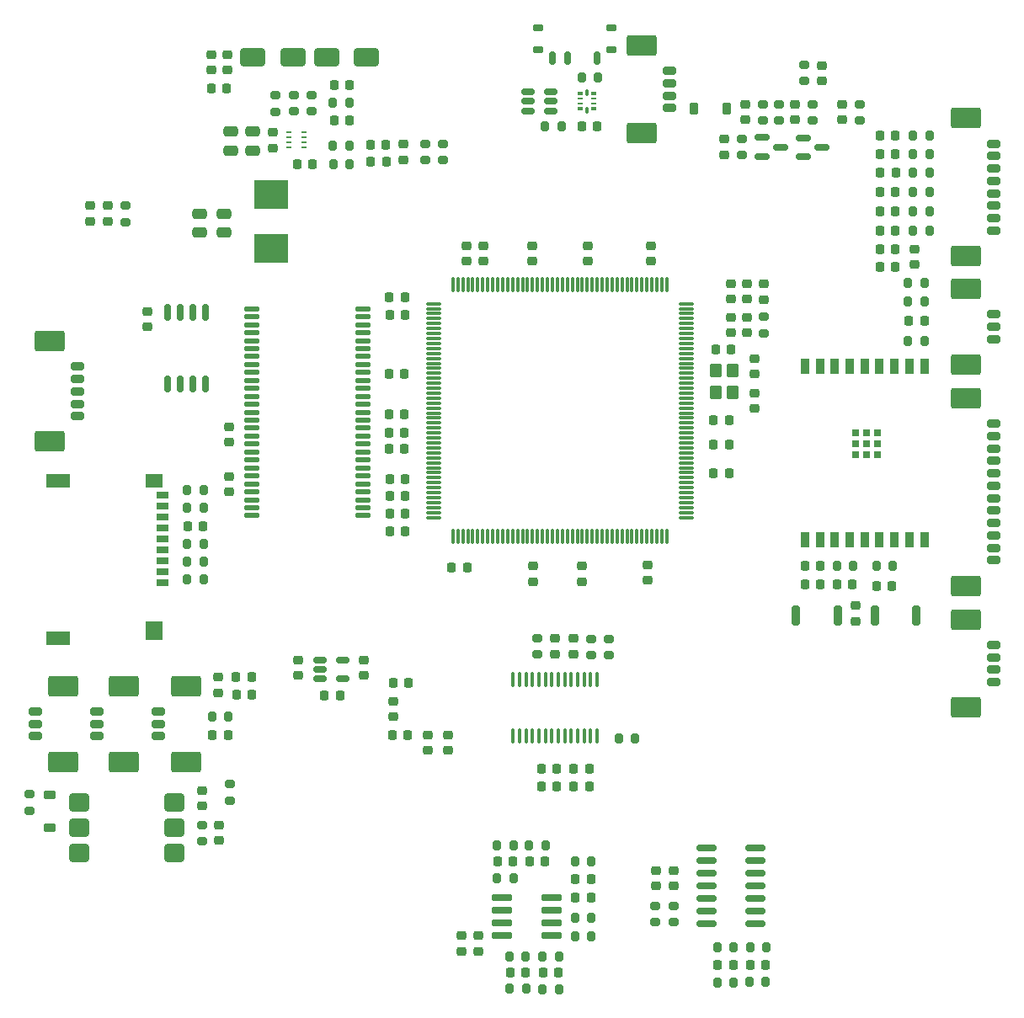
<source format=gbr>
%TF.GenerationSoftware,KiCad,Pcbnew,9.0.6*%
%TF.CreationDate,2026-01-08T15:16:43+08:00*%
%TF.ProjectId,STM32H7_PEDAL_V9,53544d33-3248-4375-9f50-4544414c5f56,rev?*%
%TF.SameCoordinates,Original*%
%TF.FileFunction,Paste,Top*%
%TF.FilePolarity,Positive*%
%FSLAX46Y46*%
G04 Gerber Fmt 4.6, Leading zero omitted, Abs format (unit mm)*
G04 Created by KiCad (PCBNEW 9.0.6) date 2026-01-08 15:16:43*
%MOMM*%
%LPD*%
G01*
G04 APERTURE LIST*
G04 Aperture macros list*
%AMRoundRect*
0 Rectangle with rounded corners*
0 $1 Rounding radius*
0 $2 $3 $4 $5 $6 $7 $8 $9 X,Y pos of 4 corners*
0 Add a 4 corners polygon primitive as box body*
4,1,4,$2,$3,$4,$5,$6,$7,$8,$9,$2,$3,0*
0 Add four circle primitives for the rounded corners*
1,1,$1+$1,$2,$3*
1,1,$1+$1,$4,$5*
1,1,$1+$1,$6,$7*
1,1,$1+$1,$8,$9*
0 Add four rect primitives between the rounded corners*
20,1,$1+$1,$2,$3,$4,$5,0*
20,1,$1+$1,$4,$5,$6,$7,0*
20,1,$1+$1,$6,$7,$8,$9,0*
20,1,$1+$1,$8,$9,$2,$3,0*%
G04 Aperture macros list end*
%ADD10RoundRect,0.218750X0.256250X-0.218750X0.256250X0.218750X-0.256250X0.218750X-0.256250X-0.218750X0*%
%ADD11RoundRect,0.225000X-0.225000X-0.250000X0.225000X-0.250000X0.225000X0.250000X-0.225000X0.250000X0*%
%ADD12RoundRect,0.200000X-0.200000X-0.275000X0.200000X-0.275000X0.200000X0.275000X-0.200000X0.275000X0*%
%ADD13RoundRect,0.200000X0.450000X-0.200000X0.450000X0.200000X-0.450000X0.200000X-0.450000X-0.200000X0*%
%ADD14RoundRect,0.250001X1.249999X-0.799999X1.249999X0.799999X-1.249999X0.799999X-1.249999X-0.799999X0*%
%ADD15RoundRect,0.200000X0.200000X0.275000X-0.200000X0.275000X-0.200000X-0.275000X0.200000X-0.275000X0*%
%ADD16RoundRect,0.031250X0.243750X0.093750X-0.243750X0.093750X-0.243750X-0.093750X0.243750X-0.093750X0*%
%ADD17RoundRect,0.025000X0.250000X0.075000X-0.250000X0.075000X-0.250000X-0.075000X0.250000X-0.075000X0*%
%ADD18RoundRect,0.037500X0.112500X0.262500X-0.112500X0.262500X-0.112500X-0.262500X0.112500X-0.262500X0*%
%ADD19RoundRect,0.200000X-0.275000X0.200000X-0.275000X-0.200000X0.275000X-0.200000X0.275000X0.200000X0*%
%ADD20RoundRect,0.225000X0.225000X0.250000X-0.225000X0.250000X-0.225000X-0.250000X0.225000X-0.250000X0*%
%ADD21RoundRect,0.150000X0.512500X0.150000X-0.512500X0.150000X-0.512500X-0.150000X0.512500X-0.150000X0*%
%ADD22RoundRect,0.225000X-0.250000X0.225000X-0.250000X-0.225000X0.250000X-0.225000X0.250000X0.225000X0*%
%ADD23RoundRect,0.225000X0.250000X-0.225000X0.250000X0.225000X-0.250000X0.225000X-0.250000X-0.225000X0*%
%ADD24RoundRect,0.218750X-0.256250X0.218750X-0.256250X-0.218750X0.256250X-0.218750X0.256250X0.218750X0*%
%ADD25RoundRect,0.200000X0.275000X-0.200000X0.275000X0.200000X-0.275000X0.200000X-0.275000X-0.200000X0*%
%ADD26RoundRect,0.200000X-0.200000X-0.800000X0.200000X-0.800000X0.200000X0.800000X-0.200000X0.800000X0*%
%ADD27RoundRect,0.218750X-0.218750X-0.256250X0.218750X-0.256250X0.218750X0.256250X-0.218750X0.256250X0*%
%ADD28RoundRect,0.250000X1.000000X0.650000X-1.000000X0.650000X-1.000000X-0.650000X1.000000X-0.650000X0*%
%ADD29RoundRect,0.250000X-0.475000X0.250000X-0.475000X-0.250000X0.475000X-0.250000X0.475000X0.250000X0*%
%ADD30RoundRect,0.218750X0.218750X0.256250X-0.218750X0.256250X-0.218750X-0.256250X0.218750X-0.256250X0*%
%ADD31RoundRect,0.200000X-0.450000X0.200000X-0.450000X-0.200000X0.450000X-0.200000X0.450000X0.200000X0*%
%ADD32RoundRect,0.250001X-1.249999X0.799999X-1.249999X-0.799999X1.249999X-0.799999X1.249999X0.799999X0*%
%ADD33RoundRect,0.100000X-0.100000X0.637500X-0.100000X-0.637500X0.100000X-0.637500X0.100000X0.637500X0*%
%ADD34RoundRect,0.150000X-0.825000X-0.150000X0.825000X-0.150000X0.825000X0.150000X-0.825000X0.150000X0*%
%ADD35RoundRect,0.162500X0.162500X-0.650000X0.162500X0.650000X-0.162500X0.650000X-0.162500X-0.650000X0*%
%ADD36RoundRect,0.075000X0.910000X0.225000X-0.910000X0.225000X-0.910000X-0.225000X0.910000X-0.225000X0*%
%ADD37RoundRect,0.225000X0.225000X0.375000X-0.225000X0.375000X-0.225000X-0.375000X0.225000X-0.375000X0*%
%ADD38RoundRect,0.249999X-0.750001X-0.640001X0.750001X-0.640001X0.750001X0.640001X-0.750001X0.640001X0*%
%ADD39RoundRect,0.150000X-0.587500X-0.150000X0.587500X-0.150000X0.587500X0.150000X-0.587500X0.150000X0*%
%ADD40R,0.606400X0.279400*%
%ADD41RoundRect,0.150000X0.150000X0.500000X-0.150000X0.500000X-0.150000X-0.500000X0.150000X-0.500000X0*%
%ADD42RoundRect,0.175000X0.350000X0.175000X-0.350000X0.175000X-0.350000X-0.175000X0.350000X-0.175000X0*%
%ADD43RoundRect,0.250000X-1.000000X-0.650000X1.000000X-0.650000X1.000000X0.650000X-1.000000X0.650000X0*%
%ADD44R,3.500000X2.950000*%
%ADD45RoundRect,0.075000X0.675000X0.075000X-0.675000X0.075000X-0.675000X-0.075000X0.675000X-0.075000X0*%
%ADD46RoundRect,0.075000X0.075000X0.675000X-0.075000X0.675000X-0.075000X-0.675000X0.075000X-0.675000X0*%
%ADD47RoundRect,0.250000X-0.350000X0.450000X-0.350000X-0.450000X0.350000X-0.450000X0.350000X0.450000X0*%
%ADD48RoundRect,0.150000X-0.512500X-0.150000X0.512500X-0.150000X0.512500X0.150000X-0.512500X0.150000X0*%
%ADD49RoundRect,0.225000X-0.375000X0.225000X-0.375000X-0.225000X0.375000X-0.225000X0.375000X0.225000X0*%
%ADD50RoundRect,0.137500X0.582500X0.137500X-0.582500X0.137500X-0.582500X-0.137500X0.582500X-0.137500X0*%
%ADD51R,1.300000X0.700000*%
%ADD52R,1.651000X1.447800*%
%ADD53R,2.438400X1.447800*%
%ADD54R,1.651000X1.854200*%
%ADD55R,0.700000X0.700000*%
%ADD56R,0.900000X1.500000*%
G04 APERTURE END LIST*
D10*
%TO.C,FB5*%
X182559712Y-158319218D03*
X182559712Y-156744218D03*
%TD*%
D11*
%TO.C,C93*%
X184359712Y-156731718D03*
X185909712Y-156731718D03*
%TD*%
%TO.C,C91*%
X184384712Y-158531718D03*
X185934712Y-158531718D03*
%TD*%
%TO.C,C90*%
X183534712Y-162531718D03*
X181984712Y-162531718D03*
%TD*%
D12*
%TO.C,R55*%
X183609712Y-160731718D03*
X181959712Y-160731718D03*
%TD*%
D13*
%TO.C,I/O_3*%
X176559712Y-162681718D03*
X176559712Y-161431718D03*
X176559712Y-160181718D03*
D14*
X179309712Y-165231718D03*
X179309712Y-157631718D03*
%TD*%
%TO.C,I/O_1*%
X173109712Y-157631718D03*
X173109712Y-165231718D03*
D13*
X170359712Y-160181718D03*
X170359712Y-161431718D03*
X170359712Y-162681718D03*
%TD*%
D15*
%TO.C,R24*%
X252434712Y-106031718D03*
X254084712Y-106031718D03*
%TD*%
D16*
%TO.C,U12*%
X220334712Y-99581718D03*
D17*
X220334712Y-99081718D03*
X220334712Y-98581718D03*
D16*
X220334712Y-98081718D03*
D18*
X219659712Y-97931718D03*
D16*
X218984712Y-98081718D03*
D17*
X218984712Y-98581718D03*
X218984712Y-99081718D03*
D16*
X218984712Y-99581718D03*
D18*
X219659712Y-99731718D03*
%TD*%
D19*
%TO.C,R3*%
X226534712Y-179706718D03*
X226534712Y-181356718D03*
%TD*%
D20*
%TO.C,C24*%
X216631725Y-165931718D03*
X215081725Y-165931718D03*
%TD*%
D21*
%TO.C,U9*%
X215997212Y-99781718D03*
X215997212Y-98831718D03*
X215997212Y-97881718D03*
X213722212Y-97881718D03*
X213722212Y-98831718D03*
X213722212Y-99781718D03*
%TD*%
D15*
%TO.C,R25*%
X254097212Y-107931718D03*
X252447212Y-107931718D03*
%TD*%
D22*
%TO.C,C45*%
X225719225Y-145456718D03*
X225719225Y-147006718D03*
%TD*%
D11*
%TO.C,C15*%
X211906725Y-186431718D03*
X213456725Y-186431718D03*
%TD*%
D19*
%TO.C,R28*%
X238959712Y-99106718D03*
X238959712Y-100756718D03*
%TD*%
D20*
%TO.C,C30*%
X201344225Y-120296916D03*
X199794225Y-120296916D03*
%TD*%
D23*
%TO.C,C1*%
X183459712Y-95706718D03*
X183459712Y-94156718D03*
%TD*%
D24*
%TO.C,D4*%
X243256725Y-95231718D03*
X243256725Y-96806718D03*
%TD*%
D12*
%TO.C,R10*%
X218431725Y-180931718D03*
X220081725Y-180931718D03*
%TD*%
D20*
%TO.C,C39*%
X207594225Y-145731718D03*
X206044225Y-145731718D03*
%TD*%
D15*
%TO.C,R42*%
X254084712Y-109931718D03*
X252434712Y-109931718D03*
%TD*%
D20*
%TO.C,C72*%
X250647212Y-104131718D03*
X249097212Y-104131718D03*
%TD*%
D25*
%TO.C,R18*%
X214656725Y-154456718D03*
X214656725Y-152806718D03*
%TD*%
D15*
%TO.C,R9*%
X220081725Y-182754218D03*
X218431725Y-182754218D03*
%TD*%
D26*
%TO.C,SW1*%
X240659712Y-150531718D03*
X244859712Y-150531718D03*
%TD*%
D19*
%TO.C,R31*%
X235259712Y-102606718D03*
X235259712Y-104256718D03*
%TD*%
D27*
%TO.C,FB1*%
X181872212Y-97531718D03*
X183447212Y-97531718D03*
%TD*%
D20*
%TO.C,C43*%
X201344225Y-136796916D03*
X199794225Y-136796916D03*
%TD*%
D15*
%TO.C,R23*%
X181084712Y-139731718D03*
X179434712Y-139731718D03*
%TD*%
D11*
%TO.C,C57*%
X199744225Y-130331718D03*
X201294225Y-130331718D03*
%TD*%
D12*
%TO.C,R53*%
X215434712Y-101331718D03*
X217084712Y-101331718D03*
%TD*%
D28*
%TO.C,D1*%
X190059712Y-94431718D03*
X186059712Y-94431718D03*
%TD*%
D29*
%TO.C,C18*%
X183862699Y-101881718D03*
X183862699Y-103781718D03*
%TD*%
D22*
%TO.C,C83*%
X175406725Y-119931718D03*
X175406725Y-121481718D03*
%TD*%
D25*
%TO.C,R29*%
X242359712Y-100756718D03*
X242359712Y-99106718D03*
%TD*%
D22*
%TO.C,C38*%
X214259712Y-145556718D03*
X214259712Y-147106718D03*
%TD*%
D20*
%TO.C,C16*%
X216790725Y-186443198D03*
X215240725Y-186443198D03*
%TD*%
%TO.C,C13*%
X194806725Y-158581718D03*
X193256725Y-158581718D03*
%TD*%
D12*
%TO.C,R33*%
X213831725Y-173641718D03*
X215481725Y-173641718D03*
%TD*%
D22*
%TO.C,C46*%
X245256725Y-99156718D03*
X245256725Y-100706718D03*
%TD*%
D29*
%TO.C,C78*%
X183159712Y-110131718D03*
X183159712Y-112031718D03*
%TD*%
D30*
%TO.C,D7*%
X253559712Y-120931718D03*
X251984712Y-120931718D03*
%TD*%
D11*
%TO.C,C48*%
X200081725Y-162531718D03*
X201631725Y-162531718D03*
%TD*%
D22*
%TO.C,C87*%
X246659712Y-149556718D03*
X246659712Y-151106718D03*
%TD*%
D11*
%TO.C,C82*%
X194209712Y-97231718D03*
X195759712Y-97231718D03*
%TD*%
D23*
%TO.C,C20*%
X216456725Y-154406718D03*
X216456725Y-152856718D03*
%TD*%
D20*
%TO.C,C10*%
X234334712Y-185631718D03*
X232784712Y-185631718D03*
%TD*%
D31*
%TO.C,SWD1*%
X227909712Y-95756718D03*
X227909712Y-97006718D03*
X227909712Y-98256718D03*
X227909712Y-99506718D03*
D32*
X225159712Y-93206718D03*
X225159712Y-102056718D03*
%TD*%
D20*
%TO.C,C70*%
X250634712Y-111831718D03*
X249084712Y-111831718D03*
%TD*%
D11*
%TO.C,C86*%
X244759712Y-147431718D03*
X246309712Y-147431718D03*
%TD*%
D20*
%TO.C,C74*%
X250659712Y-107931718D03*
X249109712Y-107931718D03*
%TD*%
D11*
%TO.C,C54*%
X199744225Y-133731718D03*
X201294225Y-133731718D03*
%TD*%
D22*
%TO.C,C58*%
X183656725Y-136556718D03*
X183656725Y-138106718D03*
%TD*%
D29*
%TO.C,C79*%
X180659712Y-110131718D03*
X180659712Y-112031718D03*
%TD*%
D23*
%TO.C,C27*%
X219719225Y-114921916D03*
X219719225Y-113371916D03*
%TD*%
D12*
%TO.C,R14*%
X215190725Y-188093198D03*
X216840725Y-188093198D03*
%TD*%
%TO.C,R39*%
X179434712Y-146931718D03*
X181084712Y-146931718D03*
%TD*%
D20*
%TO.C,C61*%
X199459712Y-104931718D03*
X197909712Y-104931718D03*
%TD*%
%TO.C,C62*%
X199434712Y-103181718D03*
X197884712Y-103181718D03*
%TD*%
D31*
%TO.C,I2C1*%
X260509712Y-153481718D03*
X260509712Y-154731718D03*
X260509712Y-155981718D03*
X260509712Y-157231718D03*
D32*
X257759712Y-150931718D03*
X257759712Y-159781718D03*
%TD*%
D33*
%TO.C,U4*%
X220656725Y-156931718D03*
X220006725Y-156931718D03*
X219356725Y-156931718D03*
X218706725Y-156931718D03*
X218056725Y-156931718D03*
X217406725Y-156931718D03*
X216756725Y-156931718D03*
X216106725Y-156931718D03*
X215456725Y-156931718D03*
X214806725Y-156931718D03*
X214156725Y-156931718D03*
X213506725Y-156931718D03*
X212856725Y-156931718D03*
X212206725Y-156931718D03*
X212206725Y-162656718D03*
X212856725Y-162656718D03*
X213506725Y-162656718D03*
X214156725Y-162656718D03*
X214806725Y-162656718D03*
X215456725Y-162656718D03*
X216106725Y-162656718D03*
X216756725Y-162656718D03*
X217406725Y-162656718D03*
X218056725Y-162656718D03*
X218706725Y-162656718D03*
X219356725Y-162656718D03*
X220006725Y-162656718D03*
X220656725Y-162656718D03*
%TD*%
D15*
%TO.C,R26*%
X254097212Y-102244218D03*
X252447212Y-102244218D03*
%TD*%
%TO.C,R4*%
X237684712Y-183931718D03*
X236034712Y-183931718D03*
%TD*%
D23*
%TO.C,C28*%
X226069225Y-114921916D03*
X226069225Y-113371916D03*
%TD*%
D26*
%TO.C,SW2*%
X248559712Y-150531718D03*
X252759712Y-150531718D03*
%TD*%
D20*
%TO.C,C66*%
X250647212Y-113694218D03*
X249097212Y-113694218D03*
%TD*%
D34*
%TO.C,U2*%
X231659712Y-173921718D03*
X231659712Y-175191718D03*
X231659712Y-176461718D03*
X231659712Y-177731718D03*
X231659712Y-179001718D03*
X231659712Y-180271718D03*
X231659712Y-181541718D03*
X236609712Y-181541718D03*
X236609712Y-180271718D03*
X236609712Y-179001718D03*
X236609712Y-177731718D03*
X236609712Y-176461718D03*
X236609712Y-175191718D03*
X236609712Y-173921718D03*
%TD*%
D12*
%TO.C,R41*%
X218431725Y-175231718D03*
X220081725Y-175231718D03*
%TD*%
D11*
%TO.C,C68*%
X213881725Y-175241718D03*
X215431725Y-175241718D03*
%TD*%
D19*
%TO.C,R34*%
X237409712Y-120481718D03*
X237409712Y-122131718D03*
%TD*%
D11*
%TO.C,C5*%
X200131725Y-157331718D03*
X201681725Y-157331718D03*
%TD*%
%TO.C,C11*%
X210656725Y-175249218D03*
X212206725Y-175249218D03*
%TD*%
D20*
%TO.C,C65*%
X181034712Y-141531718D03*
X179484712Y-141531718D03*
%TD*%
D25*
%TO.C,R35*%
X173256725Y-110981718D03*
X173256725Y-109331718D03*
%TD*%
D29*
%TO.C,C80*%
X186062699Y-101881718D03*
X186062699Y-103781718D03*
%TD*%
D15*
%TO.C,R43*%
X254084712Y-111831718D03*
X252434712Y-111831718D03*
%TD*%
D11*
%TO.C,C71*%
X190487699Y-105131718D03*
X192037699Y-105131718D03*
%TD*%
D10*
%TO.C,FB3*%
X201159712Y-104719218D03*
X201159712Y-103144218D03*
%TD*%
D23*
%TO.C,C25*%
X234109712Y-122081718D03*
X234109712Y-120531718D03*
%TD*%
D15*
%TO.C,R21*%
X254097212Y-104131718D03*
X252447212Y-104131718D03*
%TD*%
D12*
%TO.C,R22*%
X179434712Y-143331718D03*
X181084712Y-143331718D03*
%TD*%
D24*
%TO.C,D3*%
X233459712Y-102631718D03*
X233459712Y-104206718D03*
%TD*%
D35*
%TO.C,U7*%
X177501725Y-127269218D03*
X178771725Y-127269218D03*
X180041725Y-127269218D03*
X181311725Y-127269218D03*
X181311725Y-120094218D03*
X180041725Y-120094218D03*
X178771725Y-120094218D03*
X177501725Y-120094218D03*
%TD*%
D31*
%TO.C,ENC1*%
X168409712Y-125500000D03*
X168409712Y-126750000D03*
X168409712Y-128000000D03*
X168409712Y-129250000D03*
X168409712Y-130500000D03*
D32*
X165659712Y-122950000D03*
X165659712Y-133050000D03*
%TD*%
D11*
%TO.C,C40*%
X232381725Y-130931718D03*
X233931725Y-130931718D03*
%TD*%
D31*
%TO.C,J3*%
X260509712Y-131231718D03*
X260509712Y-132481718D03*
X260509712Y-133731718D03*
X260509712Y-134981718D03*
X260509712Y-136231718D03*
X260509712Y-137481718D03*
X260509712Y-138731718D03*
X260509712Y-139981718D03*
X260509712Y-141231718D03*
X260509712Y-142481718D03*
X260509712Y-143731718D03*
X260509712Y-144981718D03*
D32*
X257759712Y-128681718D03*
X257759712Y-147531718D03*
%TD*%
D19*
%TO.C,R36*%
X205159712Y-103106718D03*
X205159712Y-104756718D03*
%TD*%
D31*
%TO.C,J2*%
X260509712Y-103081718D03*
X260509712Y-104331718D03*
X260509712Y-105581718D03*
X260509712Y-106831718D03*
X260509712Y-108081718D03*
X260509712Y-109331718D03*
X260509712Y-110581718D03*
X260509712Y-111831718D03*
D32*
X257759712Y-100531718D03*
X257759712Y-114381718D03*
%TD*%
D20*
%TO.C,C36*%
X201294225Y-126231718D03*
X199744225Y-126231718D03*
%TD*%
D15*
%TO.C,R20*%
X253584712Y-118931718D03*
X251934712Y-118931718D03*
%TD*%
D11*
%TO.C,C84*%
X241584712Y-147431718D03*
X243134712Y-147431718D03*
%TD*%
D22*
%TO.C,C4*%
X190581725Y-154981718D03*
X190581725Y-156531718D03*
%TD*%
%TO.C,C63*%
X235559712Y-99156718D03*
X235559712Y-100706718D03*
%TD*%
D36*
%TO.C,U3*%
X216056725Y-182701718D03*
X216056725Y-181431718D03*
X216056725Y-180161718D03*
X216056725Y-178891718D03*
X211116725Y-178891718D03*
X211116725Y-180161718D03*
X211116725Y-181431718D03*
X211116725Y-182701718D03*
%TD*%
D20*
%TO.C,C88*%
X250334712Y-147531718D03*
X248784712Y-147531718D03*
%TD*%
D23*
%TO.C,C26*%
X235759712Y-118731718D03*
X235759712Y-117181718D03*
%TD*%
D22*
%TO.C,C3*%
X197181725Y-154981718D03*
X197181725Y-156531718D03*
%TD*%
D37*
%TO.C,D2*%
X233709712Y-99531718D03*
X230409712Y-99531718D03*
%TD*%
D11*
%TO.C,C85*%
X241584712Y-145531718D03*
X243134712Y-145531718D03*
%TD*%
D22*
%TO.C,C32*%
X219169225Y-145556718D03*
X219169225Y-147106718D03*
%TD*%
D19*
%TO.C,R37*%
X203359712Y-103106718D03*
X203359712Y-104756718D03*
%TD*%
D12*
%TO.C,R13*%
X211881725Y-188081718D03*
X213531725Y-188081718D03*
%TD*%
D11*
%TO.C,C17*%
X194209712Y-100731718D03*
X195759712Y-100731718D03*
%TD*%
D22*
%TO.C,C76*%
X207056725Y-182731718D03*
X207056725Y-184281718D03*
%TD*%
D11*
%TO.C,C21*%
X218306725Y-167731718D03*
X219856725Y-167731718D03*
%TD*%
D12*
%TO.C,R40*%
X179434712Y-145131718D03*
X181084712Y-145131718D03*
%TD*%
D22*
%TO.C,C55*%
X183656725Y-131556718D03*
X183656725Y-133106718D03*
%TD*%
%TO.C,C77*%
X208756725Y-182731718D03*
X208756725Y-184281718D03*
%TD*%
D20*
%TO.C,C29*%
X201294225Y-132131718D03*
X199744225Y-132131718D03*
%TD*%
D38*
%TO.C,U11*%
X168629712Y-169291718D03*
X168629712Y-171831718D03*
X168629712Y-174371718D03*
X178159712Y-174371718D03*
X178159712Y-171831718D03*
X178159712Y-169291718D03*
%TD*%
D23*
%TO.C,C2*%
X181859712Y-95706718D03*
X181859712Y-94156718D03*
%TD*%
D25*
%TO.C,R16*%
X220056725Y-154516520D03*
X220056725Y-152866520D03*
%TD*%
D24*
%TO.C,FB2*%
X200156725Y-159144218D03*
X200156725Y-160719218D03*
%TD*%
D20*
%TO.C,C51*%
X250659712Y-109931718D03*
X249109712Y-109931718D03*
%TD*%
D15*
%TO.C,R19*%
X253584712Y-117131718D03*
X251934712Y-117131718D03*
%TD*%
D39*
%TO.C,Q1*%
X241381725Y-102531718D03*
X241381725Y-104431718D03*
X243256725Y-103481718D03*
%TD*%
D40*
%TO.C,U5*%
X189664312Y-101931716D03*
X189664312Y-102431717D03*
X189664312Y-102931717D03*
X189664312Y-103431718D03*
X191159712Y-103431718D03*
X191159712Y-102931717D03*
X191159712Y-102431717D03*
X191159712Y-101931716D03*
%TD*%
D41*
%TO.C,SW3*%
X220684712Y-94481718D03*
X217684712Y-94481718D03*
X216184712Y-94481718D03*
D42*
X222109712Y-93631718D03*
X222109712Y-91431718D03*
X214759712Y-93631718D03*
X214759712Y-91431718D03*
%TD*%
D11*
%TO.C,C37*%
X232384712Y-136231718D03*
X233934712Y-136231718D03*
%TD*%
D25*
%TO.C,R49*%
X180959712Y-173256718D03*
X180959712Y-171606718D03*
%TD*%
D43*
%TO.C,D6*%
X193459712Y-94431718D03*
X197459712Y-94431718D03*
%TD*%
D15*
%TO.C,R15*%
X224481725Y-162931718D03*
X222831725Y-162931718D03*
%TD*%
D25*
%TO.C,Rb1*%
X190159712Y-99856718D03*
X190159712Y-98206718D03*
%TD*%
D20*
%TO.C,C89*%
X220659712Y-101331718D03*
X219109712Y-101331718D03*
%TD*%
D15*
%TO.C,R51*%
X246409712Y-145531718D03*
X244759712Y-145531718D03*
%TD*%
D12*
%TO.C,R7*%
X210606725Y-173649218D03*
X212256725Y-173649218D03*
%TD*%
D23*
%TO.C,C49*%
X235759712Y-122081718D03*
X235759712Y-120531718D03*
%TD*%
%TO.C,C44*%
X209256725Y-114921916D03*
X209256725Y-113371916D03*
%TD*%
%TO.C,C14*%
X203656725Y-164106718D03*
X203656725Y-162556718D03*
%TD*%
D11*
%TO.C,C31*%
X232581725Y-123781718D03*
X234131725Y-123781718D03*
%TD*%
D24*
%TO.C,FB4*%
X252547212Y-113694218D03*
X252547212Y-115269218D03*
%TD*%
D11*
%TO.C,C56*%
X199769225Y-118531718D03*
X201319225Y-118531718D03*
%TD*%
D20*
%TO.C,C73*%
X250690962Y-106031718D03*
X249140962Y-106031718D03*
%TD*%
D11*
%TO.C,C41*%
X232381725Y-133331718D03*
X233931725Y-133331718D03*
%TD*%
D24*
%TO.C,L1*%
X237409712Y-117181718D03*
X237409712Y-118756718D03*
%TD*%
D22*
%TO.C,C92*%
X180959712Y-168156718D03*
X180959712Y-169706718D03*
%TD*%
D15*
%TO.C,R11*%
X213481725Y-184831718D03*
X211831725Y-184831718D03*
%TD*%
%TO.C,R44*%
X195784712Y-105131718D03*
X194134712Y-105131718D03*
%TD*%
D22*
%TO.C,C52*%
X171456725Y-109331718D03*
X171456725Y-110881718D03*
%TD*%
D25*
%TO.C,R17*%
X221856725Y-154541520D03*
X221856725Y-152891520D03*
%TD*%
D19*
%TO.C,R27*%
X247056725Y-99106718D03*
X247056725Y-100756718D03*
%TD*%
D15*
%TO.C,R38*%
X181084712Y-137931718D03*
X179434712Y-137931718D03*
%TD*%
D11*
%TO.C,C60*%
X199794225Y-142046916D03*
X201344225Y-142046916D03*
%TD*%
D20*
%TO.C,C9*%
X237609712Y-185631718D03*
X236059712Y-185631718D03*
%TD*%
D23*
%TO.C,C34*%
X207556725Y-114921916D03*
X207556725Y-113371916D03*
%TD*%
D25*
%TO.C,R6*%
X228334712Y-181356718D03*
X228334712Y-179706718D03*
%TD*%
D44*
%TO.C,L2*%
X187909712Y-108206718D03*
X187909712Y-113656718D03*
%TD*%
D19*
%TO.C,R32*%
X241456725Y-95131718D03*
X241456725Y-96781718D03*
%TD*%
D22*
%TO.C,C53*%
X169656725Y-109331718D03*
X169656725Y-110881718D03*
%TD*%
D20*
%TO.C,C35*%
X201344225Y-138546916D03*
X199794225Y-138546916D03*
%TD*%
D12*
%TO.C,R5*%
X232734712Y-183931718D03*
X234384712Y-183931718D03*
%TD*%
D45*
%TO.C,U1*%
X229597500Y-140680198D03*
X229597500Y-140180198D03*
X229597500Y-139680198D03*
X229597500Y-139180198D03*
X229597500Y-138680198D03*
X229597500Y-138180198D03*
X229597500Y-137680198D03*
X229597500Y-137180198D03*
X229597500Y-136680198D03*
X229597500Y-136180198D03*
X229597500Y-135680198D03*
X229597500Y-135180198D03*
X229597500Y-134680198D03*
X229597500Y-134180198D03*
X229597500Y-133680198D03*
X229597500Y-133180198D03*
X229597500Y-132680198D03*
X229597500Y-132180198D03*
X229597500Y-131680198D03*
X229597500Y-131180198D03*
X229597500Y-130680198D03*
X229597500Y-130180198D03*
X229597500Y-129680198D03*
X229597500Y-129180198D03*
X229597500Y-128680198D03*
X229597500Y-128180198D03*
X229597500Y-127680198D03*
X229597500Y-127180198D03*
X229597500Y-126680198D03*
X229597500Y-126180198D03*
X229597500Y-125680198D03*
X229597500Y-125180198D03*
X229597500Y-124680198D03*
X229597500Y-124180198D03*
X229597500Y-123680198D03*
X229597500Y-123180198D03*
X229597500Y-122680198D03*
X229597500Y-122180198D03*
X229597500Y-121680198D03*
X229597500Y-121180198D03*
X229597500Y-120680198D03*
X229597500Y-120180198D03*
X229597500Y-119680198D03*
X229597500Y-119180198D03*
D46*
X227672500Y-117255198D03*
X227172500Y-117255198D03*
X226672500Y-117255198D03*
X226172500Y-117255198D03*
X225672500Y-117255198D03*
X225172500Y-117255198D03*
X224672500Y-117255198D03*
X224172500Y-117255198D03*
X223672500Y-117255198D03*
X223172500Y-117255198D03*
X222672500Y-117255198D03*
X222172500Y-117255198D03*
X221672500Y-117255198D03*
X221172500Y-117255198D03*
X220672500Y-117255198D03*
X220172500Y-117255198D03*
X219672500Y-117255198D03*
X219172500Y-117255198D03*
X218672500Y-117255198D03*
X218172500Y-117255198D03*
X217672500Y-117255198D03*
X217172500Y-117255198D03*
X216672500Y-117255198D03*
X216172500Y-117255198D03*
X215672500Y-117255198D03*
X215172500Y-117255198D03*
X214672500Y-117255198D03*
X214172500Y-117255198D03*
X213672500Y-117255198D03*
X213172500Y-117255198D03*
X212672500Y-117255198D03*
X212172500Y-117255198D03*
X211672500Y-117255198D03*
X211172500Y-117255198D03*
X210672500Y-117255198D03*
X210172500Y-117255198D03*
X209672500Y-117255198D03*
X209172500Y-117255198D03*
X208672500Y-117255198D03*
X208172500Y-117255198D03*
X207672500Y-117255198D03*
X207172500Y-117255198D03*
X206672500Y-117255198D03*
X206172500Y-117255198D03*
D45*
X204247500Y-119180198D03*
X204247500Y-119680198D03*
X204247500Y-120180198D03*
X204247500Y-120680198D03*
X204247500Y-121180198D03*
X204247500Y-121680198D03*
X204247500Y-122180198D03*
X204247500Y-122680198D03*
X204247500Y-123180198D03*
X204247500Y-123680198D03*
X204247500Y-124180198D03*
X204247500Y-124680198D03*
X204247500Y-125180198D03*
X204247500Y-125680198D03*
X204247500Y-126180198D03*
X204247500Y-126680198D03*
X204247500Y-127180198D03*
X204247500Y-127680198D03*
X204247500Y-128180198D03*
X204247500Y-128680198D03*
X204247500Y-129180198D03*
X204247500Y-129680198D03*
X204247500Y-130180198D03*
X204247500Y-130680198D03*
X204247500Y-131180198D03*
X204247500Y-131680198D03*
X204247500Y-132180198D03*
X204247500Y-132680198D03*
X204247500Y-133180198D03*
X204247500Y-133680198D03*
X204247500Y-134180198D03*
X204247500Y-134680198D03*
X204247500Y-135180198D03*
X204247500Y-135680198D03*
X204247500Y-136180198D03*
X204247500Y-136680198D03*
X204247500Y-137180198D03*
X204247500Y-137680198D03*
X204247500Y-138180198D03*
X204247500Y-138680198D03*
X204247500Y-139180198D03*
X204247500Y-139680198D03*
X204247500Y-140180198D03*
X204247500Y-140680198D03*
D46*
X206172500Y-142605198D03*
X206672500Y-142605198D03*
X207172500Y-142605198D03*
X207672500Y-142605198D03*
X208172500Y-142605198D03*
X208672500Y-142605198D03*
X209172500Y-142605198D03*
X209672500Y-142605198D03*
X210172500Y-142605198D03*
X210672500Y-142605198D03*
X211172500Y-142605198D03*
X211672500Y-142605198D03*
X212172500Y-142605198D03*
X212672500Y-142605198D03*
X213172500Y-142605198D03*
X213672500Y-142605198D03*
X214172500Y-142605198D03*
X214672500Y-142605198D03*
X215172500Y-142605198D03*
X215672500Y-142605198D03*
X216172500Y-142605198D03*
X216672500Y-142605198D03*
X217172500Y-142605198D03*
X217672500Y-142605198D03*
X218172500Y-142605198D03*
X218672500Y-142605198D03*
X219172500Y-142605198D03*
X219672500Y-142605198D03*
X220172500Y-142605198D03*
X220672500Y-142605198D03*
X221172500Y-142605198D03*
X221672500Y-142605198D03*
X222172500Y-142605198D03*
X222672500Y-142605198D03*
X223172500Y-142605198D03*
X223672500Y-142605198D03*
X224172500Y-142605198D03*
X224672500Y-142605198D03*
X225172500Y-142605198D03*
X225672500Y-142605198D03*
X226172500Y-142605198D03*
X226672500Y-142605198D03*
X227172500Y-142605198D03*
X227672500Y-142605198D03*
%TD*%
D11*
%TO.C,C59*%
X199794225Y-140296916D03*
X201344225Y-140296916D03*
%TD*%
D20*
%TO.C,C69*%
X220031725Y-177031718D03*
X218481725Y-177031718D03*
%TD*%
D15*
%TO.C,R45*%
X195759712Y-103331718D03*
X194109712Y-103331718D03*
%TD*%
D47*
%TO.C,Y1*%
X232606725Y-125881718D03*
X232606725Y-128081718D03*
X234306725Y-128081718D03*
X234306725Y-125881718D03*
%TD*%
D11*
%TO.C,C22*%
X218306725Y-165931718D03*
X219856725Y-165931718D03*
%TD*%
D23*
%TO.C,C47*%
X240559712Y-100706718D03*
X240559712Y-99156718D03*
%TD*%
D22*
%TO.C,C64*%
X236459712Y-124706718D03*
X236459712Y-126256718D03*
%TD*%
D39*
%TO.C,Q2*%
X237284712Y-102481718D03*
X237284712Y-104381718D03*
X239159712Y-103431718D03*
%TD*%
D25*
%TO.C,R48*%
X183759712Y-169156718D03*
X183759712Y-167506718D03*
%TD*%
D22*
%TO.C,C81*%
X188062699Y-101956718D03*
X188062699Y-103506718D03*
%TD*%
%TO.C,C6*%
X234109712Y-117181718D03*
X234109712Y-118731718D03*
%TD*%
D23*
%TO.C,C50*%
X205656725Y-164106718D03*
X205656725Y-162556718D03*
%TD*%
D25*
%TO.C,Rg1*%
X188359712Y-99881718D03*
X188359712Y-98231718D03*
%TD*%
D23*
%TO.C,R47*%
X182659712Y-173181718D03*
X182659712Y-171631718D03*
%TD*%
D15*
%TO.C,Rtop1*%
X195759712Y-98931718D03*
X194109712Y-98931718D03*
%TD*%
D23*
%TO.C,C33*%
X214169225Y-114921916D03*
X214169225Y-113371916D03*
%TD*%
D19*
%TO.C,RT1*%
X191959712Y-98181718D03*
X191959712Y-99831718D03*
%TD*%
D25*
%TO.C,R46*%
X163559712Y-170156718D03*
X163559712Y-168506718D03*
%TD*%
D23*
%TO.C,C8*%
X228334712Y-177706718D03*
X228334712Y-176156718D03*
%TD*%
D48*
%TO.C,U6*%
X192819225Y-154981718D03*
X192819225Y-155931718D03*
X192819225Y-156881718D03*
X195094225Y-156881718D03*
X195094225Y-154981718D03*
%TD*%
D13*
%TO.C,I/O_2*%
X164209712Y-162681718D03*
X164209712Y-161431718D03*
X164209712Y-160181718D03*
D14*
X166959712Y-165231718D03*
X166959712Y-157631718D03*
%TD*%
D12*
%TO.C,R12*%
X215190725Y-184843198D03*
X216840725Y-184843198D03*
%TD*%
D15*
%TO.C,R1*%
X237634712Y-187393198D03*
X235984712Y-187393198D03*
%TD*%
D25*
%TO.C,R30*%
X237359712Y-100756718D03*
X237359712Y-99106718D03*
%TD*%
D20*
%TO.C,C67*%
X250622212Y-115494218D03*
X249072212Y-115494218D03*
%TD*%
D12*
%TO.C,R52*%
X219134712Y-96431718D03*
X220784712Y-96431718D03*
%TD*%
D15*
%TO.C,R54*%
X253584712Y-122931718D03*
X251934712Y-122931718D03*
%TD*%
D20*
%TO.C,C23*%
X216631725Y-167731718D03*
X215081725Y-167731718D03*
%TD*%
D49*
%TO.C,D5*%
X165659712Y-168581718D03*
X165659712Y-171881718D03*
%TD*%
D23*
%TO.C,C19*%
X218256725Y-154406718D03*
X218256725Y-152856718D03*
%TD*%
D12*
%TO.C,R50*%
X248759712Y-145531718D03*
X250409712Y-145531718D03*
%TD*%
D20*
%TO.C,C75*%
X250647212Y-102244218D03*
X249097212Y-102244218D03*
%TD*%
D22*
%TO.C,C42*%
X236456725Y-128156718D03*
X236456725Y-129706718D03*
%TD*%
D15*
%TO.C,R2*%
X234384712Y-187431718D03*
X232734712Y-187431718D03*
%TD*%
D50*
%TO.C,U8*%
X197159225Y-140496916D03*
X197159225Y-139696916D03*
X197159225Y-138896916D03*
X197159225Y-138096916D03*
X197159225Y-137296916D03*
X197159225Y-136496916D03*
X197159225Y-135696916D03*
X197159225Y-134896916D03*
X197159225Y-134096916D03*
X197159225Y-133296916D03*
X197159225Y-132496916D03*
X197159225Y-131696916D03*
X197159225Y-130896916D03*
X197159225Y-130096916D03*
X197159225Y-129296916D03*
X197159225Y-128496916D03*
X197159225Y-127696916D03*
X197159225Y-126896916D03*
X197159225Y-126096916D03*
X197159225Y-125296916D03*
X197159225Y-124496916D03*
X197159225Y-123696916D03*
X197159225Y-122896916D03*
X197159225Y-122096916D03*
X197159225Y-121296916D03*
X197159225Y-120496916D03*
X197159225Y-119696916D03*
X185919225Y-119696916D03*
X185919225Y-120496916D03*
X185919225Y-121296916D03*
X185919225Y-122096916D03*
X185919225Y-122896916D03*
X185919225Y-123696916D03*
X185919225Y-124496916D03*
X185919225Y-125296916D03*
X185919225Y-126096916D03*
X185919225Y-126896916D03*
X185919225Y-127696916D03*
X185919225Y-128496916D03*
X185919225Y-129296916D03*
X185919225Y-130096916D03*
X185919225Y-130896916D03*
X185919225Y-131696916D03*
X185919225Y-132496916D03*
X185919225Y-133296916D03*
X185919225Y-134096916D03*
X185919225Y-134896916D03*
X185919225Y-135696916D03*
X185919225Y-136496916D03*
X185919225Y-137296916D03*
X185919225Y-138096916D03*
X185919225Y-138896916D03*
X185919225Y-139696916D03*
X185919225Y-140496916D03*
%TD*%
D11*
%TO.C,C12*%
X218481725Y-178931718D03*
X220031725Y-178931718D03*
%TD*%
D23*
%TO.C,C7*%
X226584712Y-177706718D03*
X226584712Y-176156718D03*
%TD*%
D51*
%TO.C,MICRO_SD1*%
X176933512Y-147229800D03*
X176933512Y-146129800D03*
X176933512Y-145029800D03*
X176933512Y-143929800D03*
X176933512Y-142829800D03*
X176933512Y-141729800D03*
X176933512Y-140629800D03*
X176933512Y-139529800D03*
X176933512Y-138429800D03*
D52*
X176159712Y-137011400D03*
D53*
X166459712Y-137011400D03*
X166459712Y-152836200D03*
D54*
X176159712Y-152061200D03*
%TD*%
D55*
%TO.C,U10*%
X246659712Y-134331718D03*
X247759712Y-134331718D03*
X248859712Y-134331718D03*
X246659712Y-133231718D03*
X247759712Y-133231718D03*
X248859712Y-133231718D03*
X246659712Y-132131718D03*
X247759712Y-132131718D03*
X248859712Y-132131718D03*
D56*
X241559712Y-142941718D03*
X243059712Y-142941718D03*
X244559712Y-142941718D03*
X246059712Y-142941718D03*
X247559712Y-142941718D03*
X249059712Y-142941718D03*
X250559712Y-142941718D03*
X252059712Y-142941718D03*
X253559712Y-142941718D03*
X253559712Y-125441718D03*
X252059712Y-125441718D03*
X250559712Y-125441718D03*
X249059712Y-125441718D03*
X247559712Y-125441718D03*
X246059712Y-125441718D03*
X244559712Y-125441718D03*
X243059712Y-125441718D03*
X241559712Y-125441718D03*
%TD*%
D12*
%TO.C,R8*%
X210606725Y-176949218D03*
X212256725Y-176949218D03*
%TD*%
D31*
%TO.C,LEDS1*%
X260509712Y-120231718D03*
X260509712Y-121481718D03*
X260509712Y-122731718D03*
D32*
X257759712Y-117681718D03*
X257759712Y-125281718D03*
%TD*%
M02*

</source>
